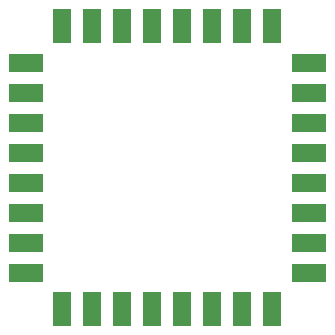
<source format=gbs>
G04 #@! TF.GenerationSoftware,KiCad,Pcbnew,(6.0.7)*
G04 #@! TF.CreationDate,2022-09-17T21:46:44-05:00*
G04 #@! TF.ProjectId,picofusion,7069636f-6675-4736-996f-6e2e6b696361,rev?*
G04 #@! TF.SameCoordinates,Original*
G04 #@! TF.FileFunction,Soldermask,Bot*
G04 #@! TF.FilePolarity,Negative*
%FSLAX46Y46*%
G04 Gerber Fmt 4.6, Leading zero omitted, Abs format (unit mm)*
G04 Created by KiCad (PCBNEW (6.0.7)) date 2022-09-17 21:46:44*
%MOMM*%
%LPD*%
G01*
G04 APERTURE LIST*
%ADD10C,1.350000*%
%ADD11R,1.600000X3.000000*%
%ADD12O,1.350000X1.350000*%
%ADD13R,3.000000X1.600000*%
G04 APERTURE END LIST*
D10*
G04 #@! TO.C,J4*
X151110000Y-52750000D03*
D11*
X151110000Y-52000000D03*
D10*
X151110000Y-51250000D03*
D11*
X153650000Y-52000000D03*
D12*
X153650000Y-52750000D03*
X153650000Y-51250000D03*
X156190000Y-51226000D03*
X156190000Y-52726000D03*
D11*
X156190000Y-51976000D03*
D12*
X158730000Y-51250000D03*
X158730000Y-52750000D03*
D11*
X158730000Y-52000000D03*
D12*
X161270000Y-51250000D03*
D11*
X161270000Y-52000000D03*
D12*
X161270000Y-52750000D03*
D11*
X163810000Y-52000000D03*
D12*
X163810000Y-51250000D03*
X163810000Y-52750000D03*
X166350000Y-52750000D03*
D11*
X166350000Y-52000000D03*
D12*
X166350000Y-51250000D03*
X168890000Y-52750000D03*
X168890000Y-51250000D03*
D11*
X168890000Y-52000000D03*
G04 #@! TD*
D10*
G04 #@! TO.C,J2*
X171250000Y-31110000D03*
X172750000Y-31110000D03*
D13*
X172000000Y-31110000D03*
X172000000Y-33650000D03*
D12*
X172750000Y-33650000D03*
X171250000Y-33650000D03*
X172774000Y-36190000D03*
X171274000Y-36190000D03*
D13*
X172024000Y-36190000D03*
D12*
X172750000Y-38730000D03*
X171250000Y-38730000D03*
D13*
X172000000Y-38730000D03*
D12*
X172750000Y-41270000D03*
X171250000Y-41270000D03*
D13*
X172000000Y-41270000D03*
D12*
X172750000Y-43810000D03*
D13*
X172000000Y-43810000D03*
D12*
X171250000Y-43810000D03*
D13*
X172000000Y-46350000D03*
D12*
X172750000Y-46350000D03*
X171250000Y-46350000D03*
D13*
X172000000Y-48890000D03*
D12*
X172750000Y-48890000D03*
X171250000Y-48890000D03*
G04 #@! TD*
D13*
G04 #@! TO.C,J3*
X148000000Y-31110000D03*
D10*
X147250000Y-31110000D03*
X148750000Y-31110000D03*
D12*
X147250000Y-33650000D03*
D13*
X148000000Y-33650000D03*
D12*
X148750000Y-33650000D03*
X148774000Y-36190000D03*
X147274000Y-36190000D03*
D13*
X148024000Y-36190000D03*
D12*
X147250000Y-38730000D03*
X148750000Y-38730000D03*
D13*
X148000000Y-38730000D03*
X148000000Y-41270000D03*
D12*
X148750000Y-41270000D03*
X147250000Y-41270000D03*
D13*
X148000000Y-43810000D03*
D12*
X148750000Y-43810000D03*
X147250000Y-43810000D03*
X147250000Y-46350000D03*
X148750000Y-46350000D03*
D13*
X148000000Y-46350000D03*
X148000000Y-48890000D03*
D12*
X147250000Y-48890000D03*
X148750000Y-48890000D03*
G04 #@! TD*
D10*
G04 #@! TO.C,J1*
X151110000Y-27250000D03*
X151110000Y-28750000D03*
D11*
X151110000Y-28000000D03*
D12*
X153650000Y-28750000D03*
D11*
X153650000Y-28000000D03*
D12*
X153650000Y-27250000D03*
X156190000Y-27226000D03*
D11*
X156190000Y-27976000D03*
D12*
X156190000Y-28726000D03*
X158730000Y-27250000D03*
X158730000Y-28750000D03*
D11*
X158730000Y-28000000D03*
X161270000Y-28000000D03*
D12*
X161270000Y-27250000D03*
X161270000Y-28750000D03*
X163810000Y-28750000D03*
X163810000Y-27250000D03*
D11*
X163810000Y-28000000D03*
X166350000Y-28000000D03*
D12*
X166350000Y-28750000D03*
X166350000Y-27250000D03*
X168890000Y-27250000D03*
D11*
X168890000Y-28000000D03*
D12*
X168890000Y-28750000D03*
G04 #@! TD*
M02*

</source>
